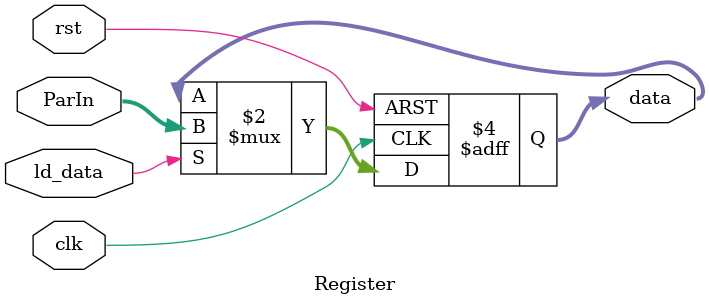
<source format=v>
module Register(clk, rst, ld_data, ParIn, data);
    parameter WIDTH = 4;
    input clk, rst, ld_data;
    input [WIDTH - 1 :0] ParIn;
    output reg [WIDTH - 1:0] data;

  always @(posedge clk, posedge rst) begin
    if (rst) data <= 0;
    else if (ld_data) data <= ParIn;
  end
endmodule


</source>
